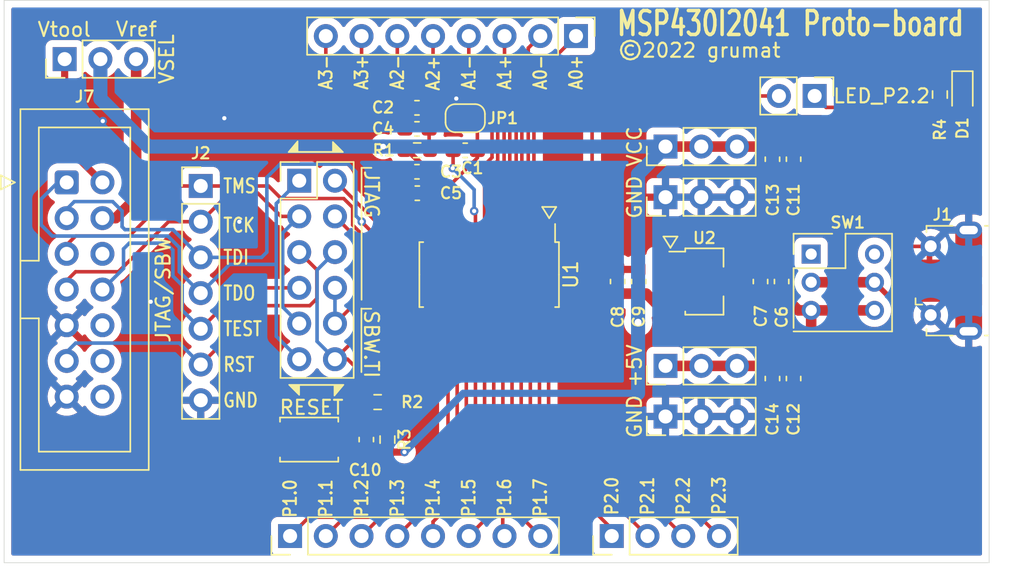
<source format=kicad_pcb>
(kicad_pcb (version 20211014) (generator pcbnew)
  (layers (0 "F.Cu" signal) (31 "B.Cu" signal) (35 "F.Paste" user) (37 "F.SilkS" user "F.Silkscreen") (38 "B.Mask" user) (39 "F.Mask" user) (44 "Edge.Cuts" user))
  (net 0 "")
  (net 1 "GND")
  (net 2 "/RESET")
  (net 3 "/TEST")
  (net 4 "+3.3V")
  (net 5 "/P2.3")
  (net 6 "/P2.2")
  (net 7 "/P2.0")
  (net 8 "/P2.1")
  (net 9 "/P1.7")
  (net 10 "/P1.4")
  (net 11 "/P1.3")
  (net 12 "/P1.2")
  (net 13 "/P1.1")
  (net 14 "/P1.0")
  (net 15 "+5V")
  (net 16 "/VCC_SENSE")
  (net 17 "/VCC_TOOL")
  (net 18 "Net-(D1-Pad1)")
  (net 19 "/JTEST")
  (net 20 "/JRST")
  (net 21 "/JTCK")
  (net 22 "/JTDO")
  (net 26 "Net-(J1-Pad1)")
  (net 29 "Net-(J5-Pad1)")
  (net 30 "+3.3VA")
  (net 31 "GNDA")
  (net 32 "/P1.5")
  (net 33 "/P1.6")
  (net 34 "/VCORE")
  (net 37 "Net-(C10-Pad1)")
  (net 40 "/A0.0+")
  (net 41 "/A0.0-")
  (net 42 "/A1.0+")
  (net 43 "/A1.0-")
  (net 44 "/A2.0+")
  (net 45 "/A2.0-")
  (net 46 "/A3.0+")
  (net 47 "/A3.0-")
  (footprint "Connector_IDC:IDC-Header_2x07_P2.54mm_Vertical" (layer "F.Cu") (at 112.445 95.95)
    (fp_text reference "J7")
    (fp_text value "JTAG/SBW")
  )
  (footprint "Capacitor_SMD:C_0603_1608Metric_Pad1.08x0.95mm_HandSolder" (layer "F.Cu") (at 137.337 95.192 180)
    (fp_text reference "C3")
    (fp_text value "220nF")
  )
  (footprint "Capacitor_SMD:C_0603_1608Metric_Pad1.08x0.95mm_HandSolder" (layer "F.Cu") (at 137.3381 92.144 180)
    (fp_text reference "C4")
    (fp_text value "220nF")
  )
  (footprint "Connector_PinHeader_2.54mm:PinHeader_1x08_P2.54mm_Vertical" (layer "F.Cu") (at 128.32 121.1 90)
    (fp_text reference "J4" hide)
    (fp_text value "PORT1" hide)
  )
  (footprint "Connector_PinHeader_2.54mm:PinHeader_1x08_P2.54mm_Vertical" (layer "F.Cu") (at 148.64 85.54 -90)
    (fp_text reference "J8" hide)
    (fp_text value "AIN")
  )
  (footprint "Connector_PinHeader_2.54mm:PinHeader_1x07_P2.54mm_Vertical" (layer "F.Cu") (at 121.97 96.203)
    (fp_text reference "J2")
    (fp_text value "LogicAna")
  )
  (footprint "Capacitor_SMD:C_0603_1608Metric_Pad1.08x0.95mm_HandSolder" (layer "F.Cu") (at 163.25 103 90)
    (fp_text reference "C6")
    (fp_text value "10uF")
  )
  (footprint "Capacitor_SMD:C_0603_1608Metric_Pad1.08x0.95mm_HandSolder" (layer "F.Cu") (at 161.75 103 90)
    (fp_text reference "C7")
    (fp_text value "220nF")
  )
  (footprint "Capacitor_SMD:C_0603_1608Metric_Pad1.08x0.95mm_HandSolder" (layer "F.Cu") (at 151.6 103 90)
    (fp_text reference "C8")
    (fp_text value "10uF")
  )
  (footprint "Capacitor_SMD:C_0603_1608Metric_Pad1.08x0.95mm_HandSolder" (layer "F.Cu") (at 153.1 103 90)
    (fp_text reference "C9")
    (fp_text value "220nF")
  )
  (footprint "Resistor_SMD:R_0603_1608Metric_Pad0.98x0.95mm_HandSolder" (layer "F.Cu") (at 137.3531 93.664)
    (fp_text reference "R1")
    (fp_text value "22")
  )
  (footprint "Package_TO_SOT_SMD:SOT-89-3_Handsoldering" (layer "F.Cu") (at 157.4625 103)
    (fp_text reference "U2")
    (fp_text value "AMS1117-3.3")
  )
  (footprint "LED_SMD:LED_0603_1608Metric_Pad1.05x0.95mm_HandSolder" (layer "F.Cu") (at 176.1 89.7 -90)
    (fp_text reference "D1")
    (fp_text value "LED")
  )
  (footprint "Connector_PinHeader_2.54mm:PinHeader_1x02_P2.54mm_Vertical" (layer "F.Cu") (at 165.6 89.8 -90)
    (fp_text reference "J5" hide)
    (fp_text value "LED_P2.2")
  )
  (footprint "Resistor_SMD:R_0603_1608Metric_Pad0.98x0.95mm_HandSolder" (layer "F.Cu") (at 174.5 89.7 -90)
    (fp_text reference "R4")
    (fp_text value "1K")
  )
  (footprint "Connector_PinHeader_2.54mm:PinHeader_1x04_P2.54mm_Vertical" (layer "F.Cu") (at 151.18 121.1 90)
    (fp_text reference "J6" hide)
    (fp_text value "PORT2")
  )
  (footprint "Connector_PinHeader_2.54mm:PinHeader_1x03_P2.54mm_Vertical" (layer "F.Cu") (at 155 93.4 90)
    (fp_text reference "J9" hide)
    (fp_text value "VCC")
  )
  (footprint "Connector_PinHeader_2.54mm:PinHeader_1x03_P2.54mm_Vertical" (layer "F.Cu") (at 155 97 90)
    (fp_text reference "J12" hide)
    (fp_text value "GND")
  )
  (footprint "Connector_PinHeader_2.54mm:PinHeader_1x03_P2.54mm_Vertical" (layer "F.Cu") (at 155 112.6 90)
    (fp_text reference "J10" hide)
    (fp_text value "GND")
  )
  (footprint "Capacitor_SMD:C_0603_1608Metric_Pad1.08x0.95mm_HandSolder" (layer "F.Cu") (at 164.1 109.9 -90)
    (fp_text reference "C12")
    (fp_text value "220nF")
  )
  (footprint "Capacitor_SMD:C_0603_1608Metric_Pad1.08x0.95mm_HandSolder" (layer "F.Cu") (at 164.1 94.3 -90)
    (fp_text reference "C11")
    (fp_text value "220nF")
  )
  (footprint "Capacitor_SMD:C_0603_1608Metric_Pad1.08x0.95mm_HandSolder" (layer "F.Cu") (at 162.6 94.3 -90)
    (fp_text reference "C13")
    (fp_text value "10uF")
  )
  (footprint "Connector_PinHeader_2.54mm:PinHeader_1x03_P2.54mm_Vertical" (layer "F.Cu") (at 155 109 90)
    (fp_text reference "J11" hide)
    (fp_text value "+5V")
  )
  (footprint "lib:USB_Micro-B_Molex-105017-0001-handsolder" (layer "F.Cu") (at 175.3085 102.939 90)
    (fp_text reference "J1")
    (fp_text value "USB_B_Micro")
  )
  (footprint "Capacitor_SMD:C_0603_1608Metric_Pad1.08x0.95mm_HandSolder" (layer "F.Cu") (at 137.3381 90.644 180)
    (fp_text reference "C2")
    (fp_text value "10uF")
  )
  (footprint "Connector_PinHeader_2.54mm:PinHeader_1x03_P2.54mm_Vertical" (layer "F.Cu") (at 112.3 87.18 90)
    (fp_text reference "J13" hide)
    (fp_text value "VSEL")
  )
  (footprint "Capacitor_SMD:C_0603_1608Metric_Pad1.08x0.95mm_HandSolder" (layer "F.Cu") (at 133.738 114.242 -90)
    (fp_text reference "C10")
    (fp_text value "2.2nF")
  )
  (footprint "Resistor_SMD:R_0603_1608Metric_Pad0.98x0.95mm_HandSolder" (layer "F.Cu") (at 135.238 114.242 90)
    (fp_text reference "R3")
    (fp_text value "47K")
  )
  (footprint "lib:TL-2203" (layer "F.Cu") (at 165.35 101.05)
    (fp_text reference "SW1")
    (fp_text value "TL-2203")
  )
  (footprint "Capacitor_SMD:C_0603_1608Metric_Pad1.08x0.95mm_HandSolder" (layer "F.Cu") (at 162.6 109.9 -90)
    (fp_text reference "C14")
    (fp_text value "10uF")
  )
  (footprint "Connector_PinHeader_2.54mm:PinHeader_2x06_P2.54mm_Vertical" (layer "F.Cu") (at 128.9692 95.827)
    (fp_text reference "J3" hide)
    (fp_text value "DEBUG")
  )
  (footprint "Package_SO:TSSOP-28_4.4x9.7mm_P0.65mm" (layer "F.Cu") (at 142.4678 102.5072 -90)
    (fp_text reference "U1")
    (fp_text value "MSP430I2041TPW")
  )
  (footprint "lib:SW_Push_SPST_NO_Alps_SKRK_handsolder" (layer "F.Cu") (at 129.674 114.242 180)
    (fp_text reference "SW2" hide)
    (fp_text value "RESET")
  )
  (footprint "Resistor_SMD:R_0603_1608Metric_Pad0.98x0.95mm_HandSolder" (layer "F.Cu") (at 134.543 111.575 180)
    (fp_text reference "R2")
    (fp_text value "3.3K")
  )
  (footprint "Capacitor_SMD:C_0603_1608Metric_Pad1.08x0.95mm_HandSolder" (layer "F.Cu") (at 137.3624 96.716 180)
    (fp_text reference "C5")
    (fp_text value "470 nF" hide)
  )
  (footprint "Capacitor_SMD:C_0603_1608Metric_Pad1.08x0.95mm_HandSolder" (layer "F.Cu") (at 140.7671 93.668)
    (fp_text reference "C1")
    (fp_text value "220nF")
  )
  (footprint "Jumper:SolderJumper-2_P1.3mm_Bridged_RoundedPad1.0x1.5mm" (layer "F.Cu") (at 140.7671 91.382)
    (fp_text reference "JP1")
    (fp_text value "AVSS")
  )
  (gr_line (start 154.85 99.8) (end 155.85 99.8) (layer "F.SilkS") (width 0.12))
  (gr_line (start 155.35 100.6) (end 154.85 99.8) (layer "F.SilkS") (width 0.12))
  (gr_line (start 155.85 99.8) (end 155.35 100.6) (layer "F.SilkS") (width 0.12))
  (gr_line (start 146.235 97.694) (end 147.235 97.694) (layer "F.SilkS") (width 0.12))
  (gr_line (start 147.235 97.694) (end 146.735 98.494) (layer "F.SilkS") (width 0.12))
  (gr_line (start 146.735 98.494) (end 146.235 97.694) (layer "F.SilkS") (width 0.12))
  (gr_poly (pts (xy 128.8572 93.02) (xy 128.8572 93.77) (xy 131.3572 93.77) (xy 131.3572 93.07) (xy 132.0822 93.795) (xy 128.2072 93.795)) (layer "F.SilkS") (width 0.1) (fill solid))
  (gr_poly (pts (xy 131.4692 111.117) (xy 131.4692 110.367) (xy 128.9692 110.367) (xy 128.9692 111.067) (xy 128.2442 110.342) (xy 132.1192 110.342)) (layer "F.SilkS") (width 0.1) (fill solid))
  (gr_line (start 133.4 104.2946) (end 133.4 94.9126) (layer "F.SilkS") (width 0.12))
  (gr_line (start 133.3888 104.9339) (end 134.0888 104.9339) (layer "F.SilkS") (width 0.12))
  (gr_line (start 133.4 94.9126) (end 134.1 94.9126) (layer "F.SilkS") (width 0.12))
  (gr_line (start 133.3888 104.9149) (end 133.3888 109.4414) (layer "F.SilkS") (width 0.12))
  (gr_line (start 178 83) (end 108 83) (layer "Edge.Cuts") (width 0.05))
  (gr_line (start 108 123) (end 178 123) (layer "Edge.Cuts") (width 0.05))
  (gr_line (start 108 83) (end 108 123) (layer "Edge.Cuts") (width 0.05))
  (gr_line (start 178 123) (end 178 83) (layer "Edge.Cuts") (width 0.05))
  (gr_text "JTAG" (at 134.1 96.7922 270) (layer "F.SilkS") (effects (font (size 1 1))))
  (gr_text "SBW.TI" (at 134.1 107.4602 270) (layer "F.SilkS") (effects (font (size 1 1))))
  (gr_text "GND" (at 123.48494 111.448) (layer "F.SilkS") (effects (font (size 1 0.8)) (justify left)))
  (gr_text "P1.0" (at 128.32 116.982336 90) (layer "F.SilkS") (effects (font (size 0.9 0.8)) (justify right)))
  (gr_text "RST" (at 123.494 108.908) (layer "F.SilkS") (effects (font (size 1 0.8)) (justify left)))
  (gr_text "P1.5" (at 141.02 116.932523 90) (layer "F.SilkS") (effects (font (size 0.9 0.8)) (justify right)))
  (gr_text "MSP430I2041 Proto-board" (at 163.88 84.651) (layer "F.SilkS") (effects (font (size 1.7 1.2) (thickness 0.25))))
  (gr_text "Vtool" (at 112.27 85.075) (layer "F.SilkS") (effects (font (size 1 1))))
  (gr_text "P1.4" (at 138.48 116.944285 90) (layer "F.SilkS") (effects (font (size 0.9 0.8)) (justify right)))
  (gr_text "A3-" (at 130.86 86.81 90) (layer "F.SilkS") (effects (font (size 0.9 0.8)) (justify right)))
  (gr_text "Vref" (at 117.4 85.05) (layer "F.SilkS") (effects (font (size 1 1))))
  (gr_text "P2.3" (at 158.8 119.682242 90) (layer "F.SilkS") (effects (font (size 0.9 0.8)) (justify left)))
  (gr_text "P1.3" (at 135.94 116.956047 90) (layer "F.SilkS") (effects (font (size 0.9 0.8)) (justify right)))
  (gr_text "©2022 grumat" (at 157.403 86.556) (layer "F.SilkS") (effects (font (size 1 1))))
  (gr_text "A2-" (at 135.94 86.81 90) (layer "F.SilkS") (effects (font (size 0.9 0.8)) (justify right)))
  (gr_text "TDI" (at 123.494 101.288) (layer "F.SilkS") (effects (font (size 1 0.8)) (justify left)))
  (gr_text "A3+" (at 133.4 86.81 90) (layer "F.SilkS") (effects (font (size 0.9 0.8)) (justify right)))
  (gr_text "TMS" (at 123.48494 96.208) (layer "F.SilkS") (effects (font (size 1 0.8)) (justify left)))
  (gr_text "P2.2" (at 156.26 119.703 90) (layer "F.SilkS") (effects (font (size 0.9 0.8)) (justify left)))
  (gr_text "P1.1" (at 130.86 116.97957 90) (layer "F.SilkS") (effects (font (size 0.9 0.8)) (justify right)))
  (gr_text "A0-" (at 146.1 86.81 90) (layer "F.SilkS") (effects (font (size 0.9 0.8)) (justify right)))
  (gr_text "P1.2\n" (at 133.4 116.967808 90) (layer "F.SilkS") (effects (font (size 0.9 0.8)) (justify right)))
  (gr_text "A1+" (at 143.56 86.81 90) (layer "F.SilkS") (effects (font (size 0.9 0.8)) (justify right)))
  (gr_text "TDO" (at 123.494 103.828) (layer "F.SilkS") (effects (font (size 1 0.8)) (justify left)))
  (gr_text "P1.6" (at 143.56 116.920761 90) (layer "F.SilkS") (effects (font (size 0.9 0.8)) (justify right)))
  (gr_text "A1-" (at 141.02 86.81 90) (layer "F.SilkS") (effects (font (size 0.9 0.8)) (justify right)))
  (gr_text "P1.7" (at 146.1 116.909 90) (layer "F.SilkS") (effects (font (size 0.9 0.8)) (justify right)))
  (gr_text "TCK" (at 123.494 99.002) (layer "F.SilkS") (effects (font (size 1 0.8)) (justify left)))
  (gr_text "TEST" (at 123.494 106.368) (layer "F.SilkS") (effects (font (size 1 0.8)) (justify left)))
  (gr_text "A2+" (at 138.48 86.87 90) (layer "F.SilkS") (effects (font (size 0.9 0.8)) (justify right)))
  (gr_text "P2.1" (at 153.72 119.703 90) (layer "F.SilkS") (effects (font (size 0.9 0.8)) (justify left)))
  (gr_text "A0+" (at 148.64 86.81 90) (layer "F.SilkS") (effects (font (size 0.9 0.8)) (justify right)))
  (gr_text "P2.0" (at 151.18 119.703 90) (layer "F.SilkS") (effects (font (size 0.9 0.8)) (justify left)))
  (segment (start 139.5428 99.6447) (end 139.5428 100.9872) (width 0.254) (layer "F.Cu") (net 1))
  (segment (start 171.272 101.568) (end 171.354 101.65) (width 0.254) (layer "F.Cu") (net 1))
  (segment (start 140.1171 89.9989) (end 140.131 89.985) (width 0.381) (layer "F.Cu") (net 1))
  (segment (start 136.4999 100.5779) (end 136.4999 96.716) (width 0.254) (layer "F.Cu") (net 1))
  (segment (start 171.272 100.5) (end 171.272 101.568) (width 0.254) (layer "F.Cu") (net 1))
  (segment (start 139.5428 100.9872) (end 139.242 101.288) (width 0.254) (layer "F.Cu") (net 1))
  (segment (start 171.354 101.65) (end 173.7475 101.65) (width 0.254) (layer "F.Cu") (net 1))
  (segment (start 137.21 101.288) (end 136.4999 100.5779) (width 0.254) (layer "F.Cu") (net 1))
  (segment (start 127.599 114.242) (end 129.377 116.02) (width 0.508) (layer "F.Cu") (net 1))
  (segment (start 173.835 100.5) (end 171.272 100.5) (width 0.254) (layer "F.Cu") (net 1))
  (segment (start 136.4756 90.644) (end 136.4756 92.144) (width 0.381) (layer "F.Cu") (net 1))
  (segment (start 139.242 101.288) (end 137.21 101.288) (width 0.254) (layer "F.Cu") (net 1))
  (segment (start 173.846 100.489) (end 173.835 100.5) (width 0.254) (layer "F.Cu") (net 1))
  (segment (start 136.4745 96.6906) (end 136.4999 96.716) (width 0.381) (layer "F.Cu") (net 1))
  (segment (start 129.377 116.02) (end 132.8225 116.02) (width 0.508) (layer "F.Cu") (net 1))
  (segment (start 132.8225 116.02) (end 133.738 115.1045) (width 0.508) (layer "F.Cu") (net 1))
  (segment (start 140.1171 91.382) (end 140.1171 89.9989) (width 0.381) (layer "F.Cu") (net 1))
  (segment (start 173.7475 101.65) (end 173.7585 101.639) (width 0.254) (layer "F.Cu") (net 1))
  (segment (start 136.4745 95.192) (end 136.4745 96.6906) (width 0.381) (layer "F.Cu") (net 1))
  (via (at 140.131 89.985) (size 0.6) (drill 0.3) (layers "F.Cu" "B.Cu") (net 1))
  (via (at 115.0104 91.5852) (size 0.6) (drill 0.3) (layers "F.Cu" "B.Cu") (net 1))
  (via (at 124.7132 98.748) (size 0.6) (drill 0.3) (layers "F.Cu" "B.Cu") (net 1))
  (via (at 118.414 104.4376) (size 0.6) (drill 0.3) (layers "F.Cu" "B.Cu") (net 1))
  (via (at 123.6464 91.382) (size 0.6) (drill 0.3) (layers "F.Cu" "B.Cu") (net 1))
  (segment (start 131.5092 108.527) (end 132.4075 108.527) (width 0.254) (layer "F.Cu") (net 2))
  (segment (start 138.2428 105.3697) (end 134.6665 105.3697) (width 0.254) (layer "F.Cu") (net 2))
  (segment (start 132.4075 108.527) (end 135.4555 111.575) (width 0.254) (layer "F.Cu") (net 2))
  (segment (start 134.6665 105.3697) (end 131.5092 108.527) (width 0.254) (layer "F.Cu") (net 2))
  (segment (start 130.23775 102.17845) (end 130.23775 107.25555) (width 0.254) (layer "B.Cu") (net 2))
  (segment (start 131.5092 100.907) (end 130.23775 102.17845) (width 0.254) (layer "B.Cu") (net 2))
  (segment (start 130.23775 107.25555) (end 131.5092 108.527) (width 0.254) (layer "B.Cu") (net 2))
  (segment (start 138.607 104.082) (end 133.4142 104.082) (width 0.254) (layer "F.Cu") (net 3))
  (segment (start 133.4142 104.082) (end 131.5092 105.987) (width 0.254) (layer "F.Cu") (net 3))
  (segment (start 138.8928 105.3697) (end 138.8928 104.3678) (width 0.254) (layer "F.Cu") (net 3))
  (segment (start 138.8928 104.3678) (end 138.607 104.082) (width 0.254) (layer "F.Cu") (net 3))
  (segment (start 131.5092 103.447) (end 131.5092 105.987) (width 0.254) (layer "B.Cu") (net 3))
  (segment (start 154.275 104.5) (end 155.3125 104.5) (width 0.75) (layer "F.Cu") (net 4))
  (segment (start 160.08 93.4) (end 162.5625 93.4) (width 0.75) (layer "F.Cu") (net 4))
  (segment (start 153.6375 103.8625) (end 154.275 104.5) (width 0.75) (layer "F.Cu") (net 4))
  (segment (start 155 93.4) (end 157.54 93.4) (width 0.75) (layer "F.Cu") (net 4))
  (segment (start 153.05 105.9) (end 153.05 103.9125) (width 0.75) (layer "F.Cu") (net 4))
  (segment (start 153.05 103.9125) (end 153.1 103.8625) (width 0.75) (layer "F.Cu") (net 4))
  (segment (start 164.1 93.4375) (end 173.2375 93.4375) (width 0.508) (layer "F.Cu") (net 4))
  (segment (start 138.8928 97.8272) (end 139.369 97.351) (width 0.381) (layer "F.Cu") (net 4))
  (segment (start 157.54 93.4) (end 160.08 93.4) (width 0.75) (layer "F.Cu") (net 4))
  (segment (start 135.2615 115.131) (end 135.238 115.1545) (width 0.508) (layer "F.Cu") (net 4))
  (segment (start 162.5625 93.4) (end 162.6 93.4375) (width 0.75) (layer "F.Cu") (net 4))
  (segment (start 139.369 97.351) (end 139.369 96.081) (width 0.381) (layer "F.Cu") (net 4))
  (segment (start 136.448 115.131) (end 135.2615 115.131) (width 0.508) (layer "F.Cu") (net 4))
  (segment (start 173.2375 93.4375) (end 173.5375 93.1375) (width 0.508) (layer "F.Cu") (net 4))
  (segment (start 176.1 90.575) (end 173.5375 93.1375) (width 0.508) (layer "F.Cu") (net 4))
  (segment (start 134.938 93.4) (end 136.1766 93.4) (width 0.381) (layer "F.Cu") (net 4))
  (segment (start 139.369 96.081) (end 138.48 95.192) (width 0.381) (layer "F.Cu") (net 4))
  (segment (start 173.5375 93.1375) (end 173.275 93.4) (width 0.508) (layer "F.Cu") (net 4))
  (segment (start 138.8928 99.6447) (end 138.8928 97.8272) (width 0.381) (layer "F.Cu") (net 4))
  (segment (start 136.4406 93.664) (end 136.6715 93.664) (width 0.381) (layer "F.Cu") (net 4))
  (segment (start 162.6 93.4375) (end 164.1 93.4375) (width 0.75) (layer "F.Cu") (net 4))
  (segment (start 153.1 103.8625) (end 153.6375 103.8625) (width 0.75) (layer "F.Cu") (net 4))
  (segment (start 136.1766 93.4) (end 136.4406 93.664) (width 0.381) (layer "F.Cu") (net 4))
  (segment (start 138.48 95.192) (end 138.1995 95.192) (width 0.381) (layer "F.Cu") (net 4))
  (segment (start 136.6715 93.664) (end 138.1995 95.192) (width 0.381) (layer "F.Cu") (net 4))
  (segment (start 153.1 103.8625) (end 151.6 103.8625) (width 0.75) (layer "F.Cu") (net 4))
  (via (at 136.448 115.131) (size 0.6) (drill 0.3) (layers "F.Cu" "B.Cu") (net 4))
  (via (at 134.938 93.4) (size 0.8) (drill 0.4) (layers "F.Cu" "B.Cu") (net 4))
  (via (at 153.05 105.9) (size 1) (drill 0.5) (layers "F.Cu" "B.Cu") (net 4))
  (segment (start 118.239414 93.4) (end 114.84 90.000586) (width 1) (layer "B.Cu") (net 4))
  (segment (start 153.05 105.9) (end 153.05 95.35) (width 1) (layer "B.Cu") (net 4))
  (segment (start 140.6294 110.9496) (end 136.448 115.131) (width 0.508) (layer "B.Cu") (net 4))
  (segment (start 134.938 93.4) (end 118.239414 93.4) (width 1) (layer "B.Cu") (net 4))
  (segment (start 153.05 105.9) (end 153.05 110.9496) (width 1) (layer "B.Cu") (net 4))
  (segment (start 155 93.4) (end 134.938 93.4) (width 1) (layer "B.Cu") (net 4))
  (segment (start 153.05 95.35) (end 155 93.4) (width 1) (layer "B.Cu") (net 4))
  (segment (start 114.84 90.000586) (end 114.84 87.18) (width 1) (layer "B.Cu") (net 4))
  (segment (start 153.05 110.9496) (end 140.6294 110.9496) (width 0.508) (layer "B.Cu") (net 4))
  (segment (start 146.6928 117.5018) (end 147.024 117.833) (width 0.254) (layer "F.Cu") (net 5))
  (segment (start 147.024 117.833) (end 155.533 117.833) (width 0.254) (layer "F.Cu") (net 5))
  (segment (start 146.6928 105.3697) (end 146.6928 117.5018) (width 0.254) (layer "F.Cu") (net 5))
  (segment (start 155.533 117.833) (end 158.8 121.1) (width 0.254) (layer "F.Cu") (net 5))
  (segment (start 149.783 100.848328) (end 149.783 91.255) (width 0.254) (layer "F.Cu") (net 6))
  (segment (start 151.238 89.8) (end 163.06 89.8) (width 0.254) (layer "F.Cu") (net 6))
  (segment (start 146.0428 104.588528) (end 149.783 100.848328) (width 0.254) (layer "F.Cu") (net 6))
  (segment (start 146.0428 105.3697) (end 146.0428 117.748484) (width 0.254) (layer "F.Cu") (net 6))
  (segment (start 149.783 91.255) (end 151.238 89.8) (width 0.254) (layer "F.Cu") (net 6))
  (segment (start 156.26 121.1) (end 153.574 118.414) (width 0.254) (layer "F.Cu") (net 6))
  (segment (start 146.708316 118.414) (end 153.574 118.414) (width 0.254) (layer "F.Cu") (net 6))
  (segment (start 146.0428 117.748484) (end 146.708316 118.414) (width 0.254) (layer "F.Cu") (net 6))
  (segment (start 146.0428 105.3697) (end 146.0428 104.588528) (width 0.254) (layer "F.Cu") (net 6))
  (segment (start 144.7428 105.3697) (end 144.7428 118.0918) (width 0.254) (layer "F.Cu") (net 7))
  (segment (start 146.227 119.576) (end 150.164 119.576) (width 0.254) (layer "F.Cu") (net 7))
  (segment (start 144.7428 118.0918) (end 146.227 119.576) (width 0.254) (layer "F.Cu") (net 7))
  (segment (start 151.18 121.1) (end 151.18 120.592) (width 0.254) (layer "F.Cu") (net 7))
  (segment (start 151.18 120.592) (end 150.164 119.576) (width 0.254) (layer "F.Cu") (net 7))
  (segment (start 145.3928 105.3697) (end 145.3928 117.920142) (width 0.254) (layer "F.Cu") (net 8))
  (segment (start 146.467658 118.995) (end 145.3928 117.920142) (width 0.254) (layer "F.Cu") (net 8))
  (segment (start 153.72 121.1) (end 151.615 118.995) (width 0.254) (layer "F.Cu") (net 8))
  (segment (start 151.615 118.995) (end 146.467658 118.995) (width 0.254) (layer "F.Cu") (net 8))
  (segment (start 144.0928 105.3697) (end 144.0928 119.0928) (width 0.254) (layer "F.Cu") (net 9))
  (segment (start 146.1 121.1) (end 144.0928 119.0928) (width 0.254) (layer "F.Cu") (net 9))
  (segment (start 139.115 119.449) (end 139.936658 119.449) (width 0.254) (layer "F.Cu") (net 10))
  (segment (start 138.48 121.1) (end 138.48 120.084) (width 0.254) (layer "F.Cu") (net 10))
  (segment (start 138.48 120.084) (end 139.115 119.449) (width 0.254) (layer "F.Cu") (net 10))
  (segment (start 139.936658 119.449) (end 142.1428 117.242858) (width 0.254) (layer "F.Cu") (net 10))
  (segment (start 142.1428 105.3697) (end 142.1428 117.242858) (width 0.254) (layer "F.Cu") (net 10))
  (segment (start 139.696 118.868) (end 138.172 118.868) (width 0.254) (layer "F.Cu") (net 11))
  (segment (start 141.4928 105.3697) (end 141.4928 117.0712) (width 0.254) (layer "F.Cu") (net 11))
  (segment (start 139.980104 102.266) (end 141.4928 103.778696) (width 0.254) (layer "F.Cu") (net 11))
  (segment (start 141.4928 117.0712) (end 139.696 118.868) (width 0.254) (layer "F.Cu") (net 11))
  (segment (start 138.172 118.868) (end 135.94 121.1) (width 0.254) (layer "F.Cu") (net 11))
  (segment (start 141.4928 103.778696) (end 141.4928 105.3697) (width 0.254) (layer "F.Cu") (net 11))
  (segment (start 134.759 102.266) (end 139.980104 102.266) (width 0.254) (layer "F.Cu") (net 11))
  (segment (start 131.5092 95.827) (end 134.435 98.7528) (width 0.254) (layer "F.Cu") (net 11))
  (segment (start 134.435 98.7528) (end 134.435 101.942) (width 0.254) (layer "F.Cu") (net 11))
  (segment (start 134.435 101.942) (end 134.759 102.266) (width 0.254) (layer "F.Cu") (net 11))
  (segment (start 133.981 102.130052) (end 134.570948 102.72) (width 0.254) (layer "F.Cu") (net 12))
  (segment (start 134.797 119.703) (end 136.515342 119.703) (width 0.254) (layer "F.Cu") (net 12))
  (segment (start 140.8428 105.3697) (end 140.8428 116.824516) (width 0.254) (layer "F.Cu") (net 12))
  (segment (start 133.409129 98.757129) (end 133.981 99.329) (width 0.254) (layer "F.Cu") (net 12))
  (segment (start 136.515342 119.703) (end 137.931342 118.287) (width 0.254) (layer "F.Cu") (net 12))
  (segment (start 134.570948 102.72) (end 139.792052 102.72) (width 0.254) (layer "F.Cu") (net 12))
  (segment (start 137.931342 118.287) (end 139.380316 118.287) (width 0.254) (layer "F.Cu") (net 12))
  (segment (start 133.4 121.1) (end 134.797 119.703) (width 0.254) (layer "F.Cu") (net 12))
  (segment (start 133.981 99.329) (end 133.981 102.130052) (width 0.254) (layer "F.Cu") (net 12))
  (segment (start 139.792052 102.72) (end 140.8428 103.770748) (width 0.254) (layer "F.Cu") (net 12))
  (segment (start 133.409129 98.738871) (end 133.409129 98.757129) (width 0.254) (layer "F.Cu") (net 12))
  (segment (start 140.8428 103.770748) (end 140.8428 105.3697) (width 0.254) (layer "F.Cu") (net 12))
  (segment (start 139.380316 118.287) (end 140.8428 116.824516) (width 0.254) (layer "F.Cu") (net 12))
  (via (at 133.409129 98.738871) (size 0.6) (drill 0.3) (layers "F.Cu" "B.Cu") (net 12))
  (segment (start 112.445 97.855) (end 112.987 97.313) (width 0.254) (layer "B.Cu") (net 12))
  (segment (start 132.9936 98.323342) (end 133.409129 98.738871) (width 0.254) (layer "B.Cu") (net 12))
  (segment (start 116.382 97.986) (end 116.382 99.1036) (width 0.254) (layer "B.Cu") (net 12))
  (segment (start 132.9936 97.1986) (end 132.9936 97.3256) (width 0.254) (layer "B.Cu") (net 12))
  (segment (start 119.997 99.31) (end 121.97 101.283) (width 0.254) (layer "B.Cu") (net 12))
  (segment (start 112.987 97.313) (end 115.709 97.313) (width 0.254) (layer "B.Cu") (net 12))
  (segment (start 116.382 99.1036) (end 116.5884 99.31) (width 0.254) (layer "B.Cu") (net 12))
  (segment (start 127.609099 94.65) (end 126.669 95.590099) (width 0.254) (layer "B.Cu") (net 12))
  (segment (start 116.5884 99.31) (end 119.997 99.31) (width 0.254) (layer "B.Cu") (net 12))
  (segment (start 115.709 97.313) (end 116.382 97.986) (width 0.254) (layer "B.Cu") (net 12))
  (segment (start 132.9936 95.192) (end 132.4516 94.65) (width 0.254) (layer "B.Cu") (net 12))
  (segment (start 126.669 100.907) (end 126.293 101.283) (width 0.254) (layer "B.Cu") (net 12))
  (segment (start 112.445 98.49) (end 112.445 97.855) (width 0.254) (layer "B.Cu") (net 12))
  (segment (start 132.4516 94.65) (end 127.609099 94.65) (width 0.254) (layer "B.Cu") (net 12))
  (segment (start 126.293 101.283) (end 121.97 101.283) (width 0.254) (layer "B.Cu") (net 12))
  (segment (start 132.9936 96.9446) (end 132.9936 97.1986) (width 0.254) (layer "B.Cu") (net 12))
  (segment (start 132.9936 97.3256) (end 132.9936 98.323342) (width 0.254) (layer "B.Cu") (net 12))
  (segment (start 126.669 95.590099) (end 126.669 100.907) (width 0.254) (layer "B.Cu") (net 12))
  (segment (start 132.9936 96.7668) (end 132.9936 96.9446) (width 0.254) (layer "B.Cu") (net 12))
  (segment (start 132.9936 96.7668) (end 132.9936 95.192) (width 0.254) (layer "B.Cu") (net 12))
  (segment (start 140.1928 103.7628) (end 140.1928 105.3697) (width 0.254) (layer "F.Cu") (net 13))
  (segment (start 132.765 98.980748) (end 133.527 99.742748) (width 0.254) (layer "F.Cu") (net 13))
  (segment (start 140.1928 116.652858) (end 139.139658 117.706) (width 0.254) (layer "F.Cu") (net 13))
  (segment (start 127.685 97.097) (end 132.13 97.097) (width 0.254) (layer "F.Cu") (net 13))
  (segment (start 139.139658 117.706) (end 137.690684 117.706) (width 0.254) (layer "F.Cu") (net 13))
  (segment (start 112.445 101.03) (end 112.445 100.395) (width 0.254) (layer "F.Cu") (net 13))
  (segment (start 116.89545 99.75855) (end 120.451 96.203) (width 0.254) (layer "F.Cu") (net 13))
  (segment (start 133.527 99.742748) (end 133.527 102.393) (width 0.254) (layer "F.Cu") (net 13))
  (segment (start 113.08145 99.75855) (end 116.89545 99.75855) (width 0.254) (layer "F.Cu") (net 13))
  (segment (start 139.604 103.174) (end 140.1928 103.7628) (width 0.254) (layer "F.Cu") (net 13))
  (segment (start 140.1928 105.3697) (end 140.1928 116.652858) (width 0.254) (layer "F.Cu") (net 13))
  (segment (start 136.274684 119.122) (end 134.556342 119.122) (width 0.254) (layer "F.Cu") (net 13))
  (segment (start 121.97 96.203) (end 126.791 96.203) (width 0.254) (layer "F.Cu") (net 13))
  (segment (start 120.451 96.203) (end 121.97 96.203) (width 0.254) (layer "F.Cu") (net 13))
  (segment (start 134.308 103.174) (end 139.604 103.174) (width 0.254) (layer "F.Cu") (net 13))
  (segment (start 133.911842 119.7665) (end 132.1935 119.7665) (width 0.254) (layer "F.Cu") (net 13))
  (segment (start 126.791 96.203) (end 127.685 97.097) (width 0.254) (layer "F.Cu") (net 13))
  (segment (start 132.13 97.097) (end 132.765 97.732) (width 0.254) (layer "F.Cu") (net 13))
  (segment (start 137.690684 117.706) (end 136.274684 119.122) (width 0.254) (layer "F.Cu") (net 13))
  (segment (start 112.445 100.395) (end 113.08145 99.75855) (width 0.254) (layer "F.Cu") (net 13))
  (segment (start 132.765 97.732) (end 132.765 98.980748) (width 0.254) (layer "F.Cu") (net 13))
  (segment (start 132.1935 119.7665) (end 130.86 121.1) (width 0.254) (layer "F.Cu") (net 13))
  (segment (start 133.527 102.393) (end 134.308 103.174) (width 0.254) (layer "F.Cu") (net 13))
  (segment (start 134.556342 119.122) (end 133.911842 119.7665) (width 0.254) (layer "F.Cu") (net 13))
  (segment (start 139.5428 116.4812) (end 138.899 117.125) (width 0.254) (layer "F.Cu") (net 14))
  (segment (start 139.5428 105.3697) (end 139.5428 116.4812) (width 0.254) (layer "F.Cu") (net 14))
  (segment (start 133.019 99.8768) (end 133.019 102.558) (width 0.254) (layer "F.Cu") (net 14))
  (segment (start 136.034026 118.541) (end 134.315684 118.541) (width 0.254) (layer "F.Cu") (net 14))
  (segment (start 139.042 103.628) (end 139.5428 104.1288) (width 0.254) (layer "F.Cu") (net 14))
  (segment (start 137.450026 117.125) (end 136.034026 118.541) (width 0.254) (layer "F.Cu") (net 14))
  (segment (start 129.6535 119.7665) (end 128.32 121.1) (width 0.254) (layer "F.Cu") (net 14))
  (segment (start 138.899 117.125) (end 137.450026 117.125) (width 0.254) (layer "F.Cu") (net 14))
  (segment (start 134.315684 118.541) (end 133.671184 119.1855) (width 0.254) (layer "F.Cu") (net 14))
  (segment (start 131.952842 119.1855) (end 131.371842 119.7665) (width 0.254) (layer "F.Cu") (net 14))
  (segment (start 139.5428 104.1288) (end 139.5428 105.3697) (width 0.254) (layer "F.Cu") (net 14))
  (segment (start 134.089 103.628) (end 139.042 103.628) (width 0.254) (layer "F.Cu") (net 14))
  (segment (start 133.671184 119.1855) (end 131.952842 119.1855) (width 0.254) (layer "F.Cu") (net 14))
  (segment (start 131.5092 98.367) (end 133.019 99.8768) (width 0.254) (layer "F.Cu") (net 14))
  (segment (start 131.371842 119.7665) (end 129.6535 119.7665) (width 0.254) (layer "F.Cu") (net 14))
  (segment (start 133.019 102.558) (end 134.089 103.628) (width 0.254) (layer "F.Cu") (net 14))
  (segment (start 165.35 105.05) (end 165.35 107.7875) (width 0.75) (layer "F.Cu") (net 15))
  (segment (start 162.6 109.0375) (end 164.1 109.0375) (width 0.75) (layer "F.Cu") (net 15))
  (segment (start 160.08 109) (end 162.5625 109) (width 0.75) (layer "F.Cu") (net 15))
  (segment (start 160.8875 103) (end 155.4 103) (width 0.75) (layer "F.Cu") (net 15))
  (segment (start 162.5625 109) (end 162.6 109.0375) (width 0.75) (layer "F.Cu") (net 15))
  (segment (start 161.75 103.8625) (end 160.8875 103) (width 0.75) (layer "F.Cu") (net 15))
  (segment (start 165.35 105.05) (end 164.4375 105.05) (width 0.75) (layer "F.Cu") (net 15))
  (segment (start 169.85 105.05) (end 165.35 105.05) (width 0.75) (layer "F.Cu") (net 15))
  (segment (start 165.35 107.7875) (end 164.1 109.0375) (width 0.75) (layer "F.Cu") (net 15))
  (segment (start 161.75 103.8625) (end 163.25 103.8625) (width 0.75) (layer "F.Cu") (net 15))
  (segment (start 157.54 109) (end 160.08 109) (width 0.75) (layer "F.Cu") (net 15))
  (segment (start 164.4375 105.05) (end 163.25 103.8625) (width 0.75) (layer "F.Cu") (net 15))
  (segment (start 155 109) (end 157.54 109) (width 0.75) (layer "F.Cu") (net 15))
  (segment (start 117.38 97.0388) (end 117.38 87.18) (width 0.75) (layer "F.Cu") (net 16))
  (segment (start 114.985 98.49) (end 115.9288 98.49) (width 0.75) (layer "F.Cu") (net 16))
  (segment (start 115.9288 98.49) (end 117.38 97.0388) (width 0.75) (layer "F.Cu") (net 16))
  (segment (start 112.3 87.18) (end 112.3 93.265) (width 0.508) (layer "F.Cu") (net 17))
  (segment (start 112.3 93.265) (end 114.985 95.95) (width 0.508) (layer "F.Cu") (net 17))
  (segment (start 174.5375 88.825) (end 174.5 88.7875) (width 0.508) (layer "F.Cu") (net 18))
  (segment (start 176.1 88.825) (end 174.5375 88.825) (width 0.508) (layer "F.Cu") (net 18))
  (segment (start 124.886 103.447) (end 121.97 106.363) (width 0.254) (layer "F.Cu") (net 19))
  (segment (start 128.9692 103.447) (end 124.886 103.447) (width 0.254) (layer "F.Cu") (net 19))
  (segment (start 116.89 100.272) (end 119.499148 100.272) (width 0.254) (layer "B.Cu") (net 19))
  (segment (start 114.985 103.57) (end 116.4836 102.0714) (width 0.254) (layer "B.Cu") (net 19))
  (segment (start 120.6517 103.2717) (end 120.6517 105.0447) (width 0.254) (layer "B.Cu") (net 19))
  (segment (start 119.499148 100.272) (end 119.992 100.764852) (width 0.254) (layer "B.Cu") (net 19))
  (segment (start 116.4836 100.6784) (end 116.89 100.272) (width 0.254) (layer "B.Cu") (net 19))
  (segment (start 119.992 100.764852) (end 119.992 102.612) (width 0.254) (layer "B.Cu") (net 19))
  (segment (start 116.4836 102.0714) (end 116.4836 100.6784) (width 0.254) (layer "B.Cu") (net 19))
  (segment (start 120.6517 105.0447) (end 121.97 106.363) (width 0.254) (layer "B.Cu") (net 19))
  (segment (start 119.992 102.612) (end 120.6517 103.2717) (width 0.254) (layer "B.Cu") (net 19))
  (segment (start 130.225 102.1628) (end 128.9692 100.907) (width 0.254) (layer "F.Cu") (net 20))
  (segment (start 129.717 104.717) (end 130.225 104.209) (width 0.254) (layer "F.Cu") (net 20))
  (segment (start 121.97 108.903) (end 123.494 107.379) (width 0.254) (layer "F.Cu") (net 20))
  (segment (start 123.494 105.86) (end 124.637 104.717) (width 0.254) (layer "F.Cu") (net 20))
  (segment (start 124.637 104.717) (end 129.717 104.717) (width 0.254) (layer "F.Cu") (net 20))
  (segment (start 130.225 104.209) (end 130.225 102.1628) (width 0.254) (layer "F.Cu") (net 20))
  (segment (start 123.494 107.379) (end 123.494 105.86) (width 0.254) (layer "F.Cu") (net 20))
  (segment (start 120.44555 107.37855) (end 121.97 108.903) (width 0.254) (layer "B.Cu") (net 20))
  (segment (start 113.08145 107.37855) (end 120.44555 107.37855) (width 0.254) (layer "B.Cu") (net 20))
  (segment (start 112.445 108.65) (end 112.445 108.015) (width 0.254) (layer "B.Cu") (net 20))
  (segment (start 112.445 108.015) (end 113.08145 107.37855) (width 0.254) (layer "B.Cu") (net 20))
  (segment (start 112.445 102.935) (end 113.076 102.304) (width 0.254) (layer "F.Cu") (net 21))
  (segment (start 119.679 98.743) (end 121.97 98.743) (width 0.254) (layer "F.Cu") (net 21))
  (segment (start 123.997 96.716) (end 126.026948 96.716) (width 0.254) (layer "F.Cu") (net 21))
  (segment (start 127.677948 98.367) (end 128.9692 98.367) (width 0.254) (layer "F.Cu") (net 21))
  (segment (start 121.97 98.743) (end 123.997 96.716) (width 0.254) (layer "F.Cu") (net 21))
  (segment (start 112.445 103.57) (end 112.445 102.935) (width 0.254) (layer "F.Cu") (net 21))
  (segment (start 116.118 102.304) (end 119.679 98.743) (width 0.254) (layer "F.Cu") (net 21))
  (segment (start 113.076 102.304) (end 116.118 102.304) (width 0.254) (layer "F.Cu") (net 21))
  (segment (start 126.026948 96.716) (end 127.677948 98.367) (width 0.254) (layer "F.Cu") (net 21))
  (segment (start 128.9692 98.367) (end 127.7922 99.544) (width 0.254) (layer "B.Cu") (net 21))
  (segment (start 127.7922 104.81) (end 128.9692 105.987) (width 0.254) (layer "B.Cu") (net 21))
  (segment (start 127.7922 99.544) (end 127.7922 104.81) (width 0.254) (layer "B.Cu") (net 21))
  (segment (start 127.3382 97.458) (end 127.3382 101.7794) (width 0.254) (layer "B.Cu") (net 22))
  (segment (start 110.633 97.127) (end 110.633 98.97753) (width 0.254) (layer "B.Cu") (net 22))
  (segment (start 128.9692 95.827) (end 127.3382 97.458) (width 0.254) (layer "B.Cu") (net 22))
  (segment (start 112.445 95.95) (end 111.81 95.95) (width 0.254) (layer "B.Cu") (net 22))
  (segment (start 127.3382 106.896) (end 128.9692 108.527) (width 0.254) (layer "B.Cu") (net 22))
  (segment (start 120.446 100.5768) (end 120.446 102.304) (width 0.254) (layer "B.Cu") (net 22))
  (segment (start 111.81 95.95) (end 110.633 97.127) (width 0.254) (layer "B.Cu") (net 22))
  (segment (start 120.451 102.304) (end 121.97 103.823) (width 0.254) (layer "B.Cu") (net 22))
  (segment (start 119.6332 99.764) (end 120.446 100.5768) (width 0.254) (layer "B.Cu") (net 22))
  (segment (start 124.0136 101.7794) (end 127.3382 101.7794) (width 0.254) (layer "B.Cu") (net 22))
  (segment (start 110.633 98.97753) (end 111.41947 99.764) (width 0.254) (layer "B.Cu") (net 22))
  (segment (start 121.97 103.823) (end 124.0136 101.7794) (width 0.254) (layer "B.Cu") (net 22))
  (segment (start 111.41947 99.764) (end 119.6332 99.764) (width 0.254) (layer "B.Cu") (net 22))
  (segment (start 120.446 102.304) (end 120.451 102.304) (width 0.254) (layer "B.Cu") (net 22))
  (segment (start 127.3382 101.7794) (end 127.3382 106.896) (width 0.254) (layer "B.Cu") (net 22))
  (segment (start 171.05 104.25) (end 173.7475 104.25) (width 0.381) (layer "F.Cu") (net 26))
  (segment (start 169.85 103.05) (end 171.05 104.25) (width 0.381) (layer "F.Cu") (net 26))
  (segment (start 173.7475 104.25) (end 173.7585 104.239) (width 0.381) (layer "F.Cu") (net 26))
  (segment (start 169.85 103.05) (end 165.35 103.05) (width 0.75) (layer "F.Cu") (net 26))
  (segment (start 165.6 89.8) (end 166.4125 90.6125) (width 0.254) (layer "F.Cu") (net 29))
  (segment (start 166.4125 90.6125) (end 174.5 90.6125) (width 0.254) (layer "F.Cu") (net 29))
  (segment (start 141.4928 98.0778) (end 141.401 97.986) (width 0.254) (layer "F.Cu") (net 30))
  (segment (start 138.2006 90.644) (end 138.2006 92.144) (width 0.254) (layer "F.Cu") (net 30))
  (segment (start 139.9006 93.664) (end 139.9046 93.668) (width 0.254) (layer "F.Cu") (net 30))
  (segment (start 138.2656 93.664) (end 139.9006 93.664) (width 0.254) (layer "F.Cu") (net 30))
  (segment (start 138.2006 93.599) (end 138.2656 93.664) (width 0.254) (layer "F.Cu") (net 30))
  (segment (start 139.9046 94.9104) (end 139.877 94.938) (width 0.254) (layer "F.Cu") (net 30))
  (segment (start 141.4928 99.6447) (end 141.4928 98.0778) (width 0.254) (layer "F.Cu") (net 30))
  (segment (start 139.9046 93.668) (end 139.9046 94.9104) (width 0.254) (layer "F.Cu") (net 30))
  (segment (start 138.2006 92.144) (end 138.2006 93.599) (width 0.254) (layer "F.Cu") (net 30))
  (via (at 141.401 97.986) (size 0.6) (drill 0.3) (layers "F.Cu" "B.Cu") (net 30))
  (via (at 139.877 94.938) (size 0.6) (drill 0.3) (layers "F.Cu" "B.Cu") (net 30))
  (segment (start 139.877 94.938) (end 141.401 96.462) (width 0.254) (layer "B.Cu") (net 30))
  (segment (start 141.401 96.462) (end 141.401 97.986) (width 0.254) (layer "B.Cu") (net 30))
  (segment (start 141.6296 91.5945) (end 141.4171 91.382) (width 0.254) (layer "F.Cu") (net 31))
  (segment (start 141.6296 94.2014) (end 141.6296 93.668) (width 0.254) (layer "F.Cu") (net 31))
  (segment (start 139.8865 98.2495) (end 139.8865 95.9445) (width 0.254) (layer "F.Cu") (net 31))
  (segment (start 141.6296 93.668) (end 141.6296 91.5945) (width 0.254) (layer "F.Cu") (net 31))
  (segment (start 140.1928 99.6447) (end 140.1928 98.5558) (width 0.254) (layer "F.Cu") (net 31))
  (segment (start 140.1928 98.5558) (end 139.8865 98.2495) (width 0.254) (layer "F.Cu") (net 31))
  (segment (start 140.1928 99.6447) (end 140.8428 99.6447) (width 0.254) (layer "F.Cu") (net 31))
  (segment (start 139.8865 95.9445) (end 141.6296 94.2014) (width 0.254) (layer "F.Cu") (net 31))
  (segment (start 142.7928 105.3697) (end 142.7928 119.3272) (width 0.254) (layer "F.Cu") (net 32))
  (segment (start 141.02 121.1) (end 142.7928 119.3272) (width 0.254) (layer "F.Cu") (net 32))
  (segment (start 143.56 121.1) (end 143.433 120.973) (width 0.254) (layer "F.Cu") (net 33))
  (segment (start 143.433 119.3416) (end 143.4428 119.3318) (width 0.254) (layer "F.Cu") (net 33))
  (segment (start 143.433 120.973) (end 143.433 119.3416) (width 0.254) (layer "F.Cu") (net 33))
  (segment (start 143.4428 105.3697) (end 143.4428 119.3318) (width 0.254) (layer "F.Cu") (net 33))
  (segment (start 138.2428 96.7339) (end 138.2249 96.716) (width 0.254) (layer "F.Cu") (net 34))
  (segment (start 138.2428 99.6447) (end 138.2428 96.7339) (width 0.254) (layer "F.Cu") (net 34))
  (segment (start 135.238 113.3295) (end 133.788 113.3295) (width 0.254) (layer "F.Cu") (net 37))
  (segment (start 133.738 113.3795) (end 132.6115 113.3795) (width 0.254) (layer "F.Cu") (net 37))
  (segment (start 133.6305 111.575) (end 133.6305 113.272) (width 0.254) (layer "F.Cu") (net 37))
  (segment (start 133.6305 113.272) (end 133.738 113.3795) (width 0.254) (layer "F.Cu") (net 37))
  (segment (start 132.6115 113.3795) (end 131.749 114.242) (width 0.254) (layer "F.Cu") (net 37))
  (segment (start 133.788 113.3295) (end 133.738 113.3795) (width 0.254) (layer "F.Cu") (net 37))
  (segment (start 145.649 87.261) (end 145.649 97.013211) (width 0.254) (layer "F.Cu") (net 40))
  (segment (start 146.735 99.6025) (end 146.6928 99.6447) (width 0.254) (layer "F.Cu") (net 40))
  (segment (start 146.735 98.099211) (end 146.735 99.6025) (width 0.254) (layer "F.Cu") (net 40))
  (segment (start 145.973 86.937) (end 145.649 87.261) (width 0.254) (layer "F.Cu") (net 40))
  (segment (start 145.649 97.013211) (end 146.735 98.099211) (width 0.254) (layer "F.Cu") (net 40))
  (segment (start 148.64 85.54) (end 147.243 86.937) (width 0.254) (layer "F.Cu") (net 40))
  (segment (start 147.243 86.937) (end 145.973 86.937) (width 0.254) (layer "F.Cu") (net 40))
  (segment (start 146.0428 99.6447) (end 146.0428 97.978353) (width 0.254) (layer "F.Cu") (net 41))
  (segment (start 145.245 97.180553) (end 145.245 86.395) (width 0.254) (layer "F.Cu") (net 41))
  (segment (start 145.245 86.395) (end 146.1 85.54) (width 0.254) (layer "F.Cu") (net 41))
  (segment (start 146.0428 97.978353) (end 145.245 97.180553) (width 0.254) (layer "F.Cu") (net 41))
  (segment (start 145.408395 97.986) (end 145.408395 99.629105) (width 0.254) (layer "F.Cu") (net 42))
  (segment (start 145.408395 99.629105) (end 145.3928 99.6447) (width 0.254) (layer "F.Cu") (net 42))
  (segment (start 144.791 89.360867) (end 144.791 97.368605) (width 0.254) (layer "F.Cu") (net 42))
  (segment (start 143.56 88.129868) (end 144.791 89.360867) (width 0.254) (layer "F.Cu") (net 42))
  (segment (start 143.56 85.54) (end 143.56 88.129868) (width 0.254) (layer "F.Cu") (net 42))
  (segment (start 144.791 97.368605) (end 145.408395 97.986) (width 0.254) (layer "F.Cu") (net 42))
  (segment (start 141.466 87.634) (end 142.492789 87.633999) (width 0.254) (layer "F.Cu") (net 43))
  (segment (start 144.7428 97.891747) (end 144.7428 99.6447) (width 0.254) (layer "F.Cu") (net 43))
  (segment (start 141.02 85.54) (end 141.02 87.188) (width 0.254) (layer "F.Cu") (net 43))
  (segment (start 144.387 89.528209) (end 144.387 97.535947) (width 0.254) (layer "F.Cu") (net 43))
  (segment (start 144.387 97.535947) (end 144.7428 97.891747) (width 0.254) (layer "F.Cu") (net 43))
  (segment (start 142.492789 87.633999) (end 144.387 89.528209) (width 0.254) (layer "F.Cu") (net 43))
  (segment (start 141.02 87.188) (end 141.466 87.634) (width 0.254) (layer "F.Cu") (net 43))
  (segment (start 139.25 88.088) (end 142.304737 88.088) (width 0.254) (layer "F.Cu") (net 44))
  (segment (start 138.48 87.318) (end 139.25 88.088) (width 0.254) (layer "F.Cu") (net 44))
  (segment (start 142.304737 88.088) (end 143.933 89.716262) (width 0.254) (layer "F.Cu") (net 44))
  (segment (start 138.48 85.54) (end 138.48 87.318) (width 0.254) (layer "F.Cu") (net 44))
  (segment (start 143.933 97.724) (end 144.0928 97.8838) (width 0.254) (layer "F.Cu") (net 44))
  (segment (start 143.933 89.716262) (end 143.933 97.724) (width 0.254) (layer "F.Cu") (net 44))
  (segment (start 144.0928 97.8838) (end 144.0928 99.6447) (width 0.254) (layer "F.Cu") (net 44))
  (segment (start 135.94 88.08) (end 135.94 85.54) (width 0.254) (layer "F.Cu") (net 45))
  (segment (start 142.137395 88.492) (end 136.352 88.492) (width 0.254) (layer "F.Cu") (net 45))
  (segment (start 143.4428 99.6447) (end 143.4428 94.8012) (width 0.254) (layer "F.Cu") (net 45))
  (segment (start 136.352 88.492) (end 135.94 88.08) (width 0.254) (layer "F.Cu") (net 45))
  (segment (start 143.529 89.883605) (end 142.137395 88.492) (width 0.254) (layer "F.Cu") (net 45))
  (segment (start 143.529 94.715) (end 143.529 89.883605) (width 0.254) (layer "F.Cu") (net 45))
  (segment (start 143.4428 94.8012) (end 143.529 94.715) (width 0.254) (layer "F.Cu") (net 45))
  (segment (start 133.758 88.946) (end 133.4 88.588) (width 0.254) (layer "F.Cu") (net 46))
  (segment (start 143.075 94.407) (end 143.075 90.071658) (width 0.254) (layer "F.Cu") (net 46))
  (segment (start 142.7928 94.6892) (end 143.075 94.407) (width 0.254) (layer "F.Cu") (net 46))
  (segment (start 142.7928 99.6447) (end 142.7928 94.6892) (width 0.254) (layer "F.Cu") (net 46))
  (segment (start 133.4 88.588) (end 133.4 85.54) (width 0.254) (layer "F.Cu") (net 46))
  (segment (start 143.075 90.071658) (end 141.949342 88.946) (width 0.254) (layer "F.Cu") (net 46))
  (segment (start 141.949342 88.946) (end 133.758 88.946) (width 0.254) (layer "F.Cu") (net 46))
  (segment (start 142.671 90.239) (end 141.782 89.35) (width 0.254) (layer "F.Cu") (net 47))
  (segment (start 141.782 89.35) (end 131.495 89.35) (width 0.254) (layer "F.Cu") (net 47))
  (segment (start 142.1428 94.7042) (end 142.671 94.176) (width 0.254) (layer "F.Cu") (net 47))
  (segment (start 130.86 88.715) (end 130.86 85.54) (width 0.254) (layer "F.Cu") (net 47))
  (segment (start 142.671 94.176) (end 142.671 90.239) (width 0.254) (layer "F.Cu") (net 47))
  (segment (start 131.495 89.35) (end 130.86 88.715) (width 0.254) (layer "F.Cu") (net 47))
  (segment (start 142.1428 99.6447) (end 142.1428 94.7042) (width 0.254) (layer "F.Cu") (net 47))
  (zone (net 1) (net_name "GND") (layer "F.Cu") (connect_pads (clearance 0.508)) (min_thickness 0.254) (fill yes (thermal_gap 0.508) (thermal_bridge_width 0.508))
    (polygon (pts (xy 178 123) (xy 108 123) (xy 108 83) (xy 178 83)))
  )
  (zone (net 1) (net_name "GND") (layer "B.Cu") (connect_pads (clearance 0.508)) (min_thickness 0.254) (fill yes (thermal_gap 0.508) (thermal_bridge_width 0.508))
    (polygon (pts (xy 178 123) (xy 108 123) (xy 108 83) (xy 178 83)))
  )
)
</source>
